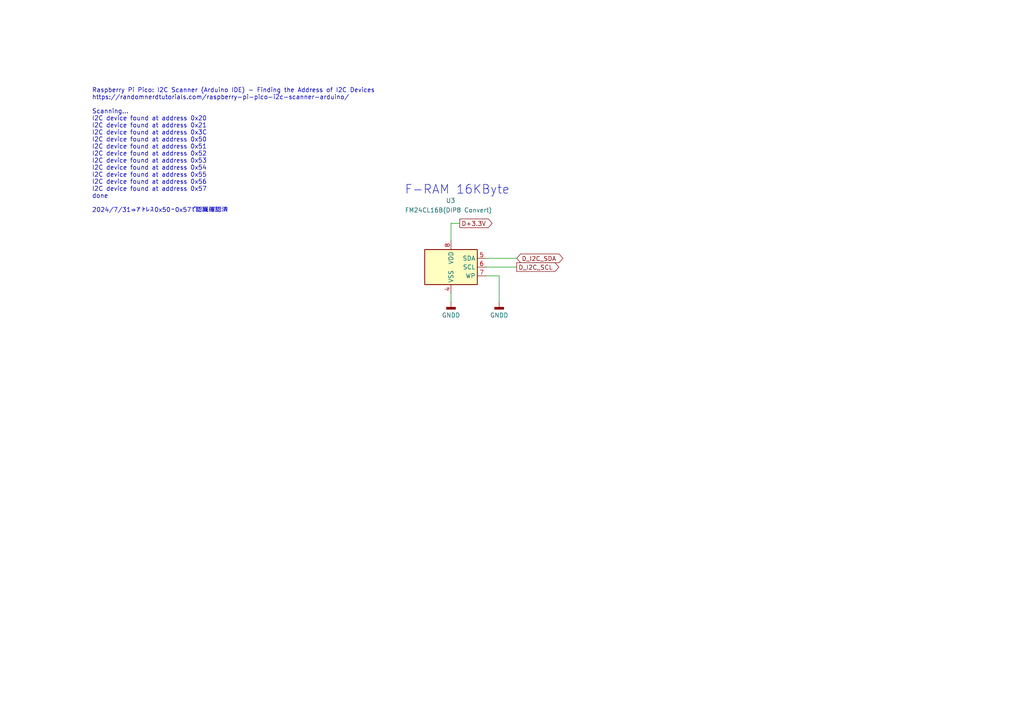
<source format=kicad_sch>
(kicad_sch (version 20231120) (generator "eeschema") (generator_version "8.0")
  (paper "A4")
  (lib_symbols
    (symbol "Memory_NVRAM:FM24CL16B"
      (property "Reference" "U" (at -5.08 8.89 0))
      (property "Value" "FM24CL16B" (at 6.35 -8.89 0))
      (symbol "FM24CL16B_0_1"
        (rectangle (start -7.62 5.08) (end 7.62 -5.08) (stroke (width 0.254)) (fill (type background)))
      )
      (symbol "FM24CL16B_1_1"
        (pin no_connect line (at -7.62 2.54 0) (length 2.54) hide (name "~") (number "1"))
        (pin no_connect line (at -7.62 -2.54 0) (length 2.54) hide (name "~") (number "2"))
        (pin no_connect line (at -7.62 0 0) (length 2.54) hide (name "~") (number "3"))
        (pin power_in line (at 0 -7.62 90) (length 2.54) (name "VSS") (number "4"))
        (pin bidirectional line (at 10.16 2.54 180) (length 2.54) (name "SDA") (number "5"))
        (pin input line (at 10.16 0 180) (length 2.54) (name "SCL") (number "6"))
        (pin input line (at 10.16 -2.54 180) (length 2.54) (name "WP") (number "7"))
        (pin power_in line (at 0 7.62 270) (length 2.54) (name "VDD") (number "8"))
      )
    )
    (symbol "power:GNDD" (power) (pin_numbers hide) (pin_names (offset 0) hide)
      (property "Value" "GNDD" (at 0 -3.175 0))
      (symbol "GNDD_0_1"
        (rectangle (start -1.27 -1.524) (end 1.27 -2.032) (stroke (width 0.254)) (fill (type outline)))
        (polyline (pts (xy 0 0) (xy 0 -1.524)))
      )
      (symbol "GNDD_1_1"
        (pin power_in line (at 0 0 270) (length 0) (name "~") (number "1"))
      )
    )
  )
  (wire (pts (xy 144.78 80.01) (xy 144.78 87.63)))
  (wire (pts (xy 140.97 74.93) (xy 149.86 74.93)))
  (wire (pts (xy 130.81 64.77) (xy 130.81 69.85)))
  (wire (pts (xy 140.97 77.47) (xy 149.86 77.47)))
  (wire (pts (xy 133.35 64.77) (xy 130.81 64.77)))
  (wire (pts (xy 140.97 80.01) (xy 144.78 80.01)))
  (wire (pts (xy 130.81 85.09) (xy 130.81 87.63)))
  (text "F-RAM 16KByte" (at 117.348 55.118 0) (effects (font (size 2.54 2.54)) (justify left)))
  (text "Raspberry Pi Pico: I2C Scanner (Arduino IDE) - Finding the Address of I2C Devices\nhttps://randomnerdtutorials.com/raspberry-pi-pico-i2c-scanner-arduino/\n\nScanning...\nI2C device found at address 0x20\nI2C device found at address 0x21\nI2C device found at address 0x3C\nI2C device found at address 0x50\nI2C device found at address 0x51\nI2C device found at address 0x52\nI2C device found at address 0x53\nI2C device found at address 0x54\nI2C device found at address 0x55\nI2C device found at address 0x56\nI2C device found at address 0x57\ndone\n\n2024/7/31⇒アドレス0x50～0x57で認識確認済\n" (at 26.67 43.688 0) (effects (font (size 1.27 1.27)) (justify left)))
  (global_label "D_I2C_SCL" (shape output) (at 149.86 77.47 0) (property "Intersheetrefs" "${INTERSHEET_REFS}" (effects (hide yes))))
  (global_label "D+3.3V" (shape output) (at 133.35 64.77 0) (property "Intersheetrefs" "${INTERSHEET_REFS}" (effects (hide yes))))
  (global_label "D_I2C_SDA" (shape bidirectional) (at 149.86 74.93 0) (property "Intersheetrefs" "${INTERSHEET_REFS}" (effects (hide yes))))
  (symbol (lib_id "Memory_NVRAM:FM24CL16B") (at 130.81 77.47 0) (unit 1)
    (property "Reference" "U3" (at 132.08 58.166 0) (effects (justify right)))
    (property "Value" "FM24CL16B(DIP8 Convert)" (at 142.748 60.96 0) (effects (justify right)))
    (property "Footprint" "Package_DIP:CERDIP-8_W7.62mm_SideBrazed_Socket" (effects (hide yes)))
    (property "Datasheet" "https://www.infineon.com/dgdl/Infineon-FM24CL16B_16-Kbit_(2_K_8)_Serial_(I2C)_F-RAM-DataSheet-v13_00-EN.pdf?fileId=8ac78c8c7d0d8da4017d0ec99cb241e9" (effects (hide yes)))
    (property "Description" "16Kb serial FRAM nonvolatile Memory, SOIC-8" (effects (hide yes)))
  )
  (symbol (lib_id "power:GNDD") (at 144.78 87.63 0) (unit 1)
    (property "Reference" "#PWR010" (effects (hide yes)))
    (property "Value" "GNDD" (at 144.78 91.44 0))
    (property "Description" "Power symbol creates a global label with name \"GNDD\" , digital ground" (effects (hide yes)))
  )
  (symbol (lib_id "power:GNDD") (at 130.81 87.63 0) (unit 1)
    (property "Reference" "#PWR06" (effects (hide yes)))
    (property "Value" "GNDD" (at 130.81 91.44 0))
    (property "Description" "Power symbol creates a global label with name \"GNDD\" , digital ground" (effects (hide yes)))
  )
)
</source>
